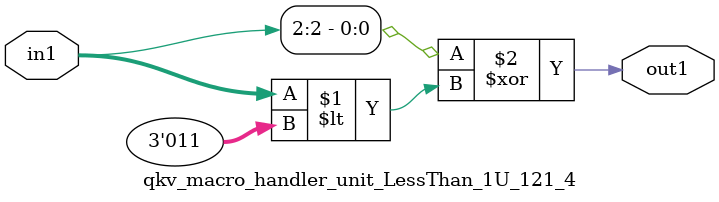
<source format=v>

`timescale 1ps / 1ps


module qkv_macro_handler_unit_LessThan_1U_121_4( in1, out1 );

    input [2:0] in1;
    output out1;

    
    // rtl_process:qkv_macro_handler_unit_LessThan_1U_121_4/qkv_macro_handler_unit_LessThan_1U_121_4_thread_1
    assign out1 = (in1[2] ^ in1 < 3'd3);

endmodule



</source>
